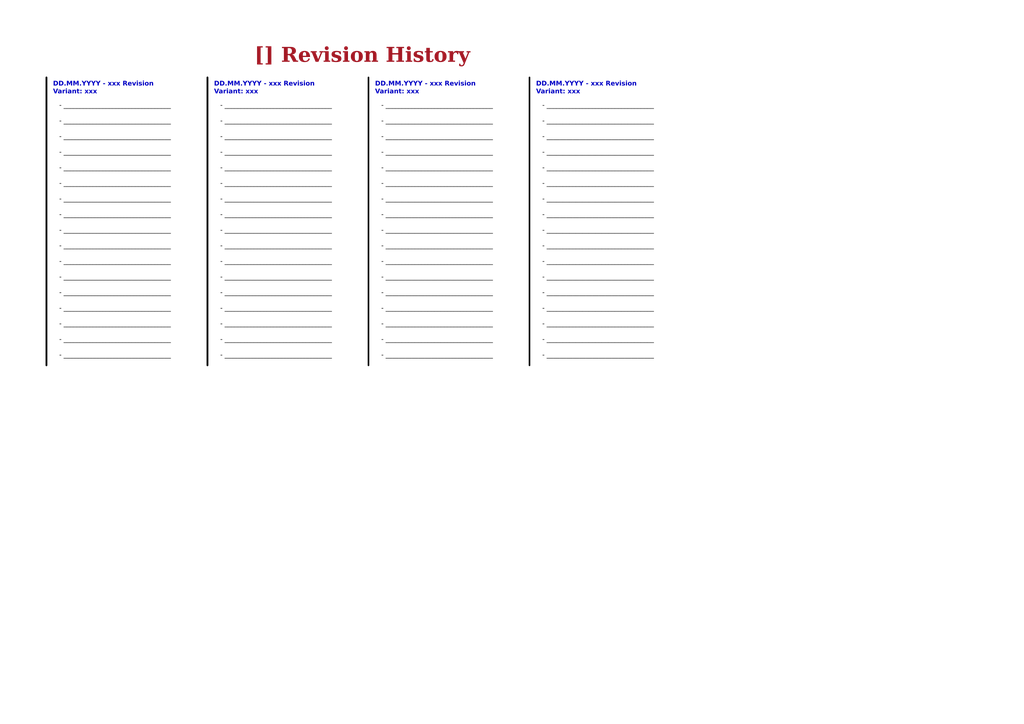
<source format=kicad_sch>
(kicad_sch
	(version 20250114)
	(generator "eeschema")
	(generator_version "9.0")
	(uuid "ea8c4f5e-7a49-4faf-a994-dbc85ed86b0a")
	(paper "A3")
	(title_block
		(title "Revision History")
		(date "Last Modified Date")
		(rev "${REVISION}")
		(company "${COMPANY}")
	)
	(lib_symbols)
	(text_box "- _________________________________\n\n- _________________________________\n\n- _________________________________\n\n- _________________________________\n\n- _________________________________\n\n- _________________________________\n\n- _________________________________\n\n- _________________________________\n\n- _________________________________\n\n- _________________________________\n\n- _________________________________\n\n- _________________________________\n\n- _________________________________\n\n- _________________________________\n\n- _________________________________\n\n- _________________________________\n\n- _________________________________"
		(exclude_from_sim no)
		(at 220.98 40.64 0)
		(size 58.42 115.57)
		(margins 1.4287 1.4287 1.4287 1.4287)
		(stroke
			(width -0.0001)
			(type default)
		)
		(fill
			(type none)
		)
		(effects
			(font
				(face "Arial")
				(size 1.905 1.905)
				(color 0 0 0 1)
			)
			(justify left top)
		)
		(uuid "0c062e2b-2be1-4307-b752-045c211787f4")
	)
	(text_box "DD.MM.YYYY - xxx Revision\nVariant: xxx"
		(exclude_from_sim no)
		(at 86.36 31.75 0)
		(size 57.15 7.62)
		(margins 1.4287 1.4287 1.4287 1.4287)
		(stroke
			(width -0.0001)
			(type default)
		)
		(fill
			(type none)
		)
		(effects
			(font
				(face "Arial")
				(size 1.905 1.905)
				(thickness 0.254)
				(bold yes)
			)
			(justify left top)
		)
		(uuid "14f2d7b6-dcd6-4c43-91a3-c7a76690654c")
	)
	(text_box "[${#}] ${TITLE}"
		(exclude_from_sim no)
		(at 80.01 16.51 0)
		(size 137.16 12.7)
		(margins 4.4999 4.4999 4.4999 4.4999)
		(stroke
			(width -0.0001)
			(type default)
		)
		(fill
			(type none)
		)
		(effects
			(font
				(face "Times New Roman")
				(size 6 6)
				(thickness 1.2)
				(bold yes)
				(color 162 22 34 1)
			)
		)
		(uuid "20a0a094-ac98-46df-bdac-21d5721f7697")
	)
	(text_box "DD.MM.YYYY - xxx Revision\nVariant: xxx"
		(exclude_from_sim no)
		(at 152.4 31.75 0)
		(size 57.15 7.62)
		(margins 1.4287 1.4287 1.4287 1.4287)
		(stroke
			(width -0.0001)
			(type default)
		)
		(fill
			(type none)
		)
		(effects
			(font
				(face "Arial")
				(size 1.905 1.905)
				(thickness 0.254)
				(bold yes)
			)
			(justify left top)
		)
		(uuid "61447e65-3862-4ca7-a61e-5d8506cb38bb")
	)
	(text_box "- _________________________________\n\n- _________________________________\n\n- _________________________________\n\n- _________________________________\n\n- _________________________________\n\n- _________________________________\n\n- _________________________________\n\n- _________________________________\n\n- _________________________________\n\n- _________________________________\n\n- _________________________________\n\n- _________________________________\n\n- _________________________________\n\n- _________________________________\n\n- _________________________________\n\n- _________________________________\n\n- _________________________________"
		(exclude_from_sim no)
		(at 22.86 40.64 0)
		(size 58.42 115.57)
		(margins 1.4287 1.4287 1.4287 1.4287)
		(stroke
			(width -0.0001)
			(type default)
		)
		(fill
			(type none)
		)
		(effects
			(font
				(face "Arial")
				(size 1.905 1.905)
				(color 0 0 0 1)
			)
			(justify left top)
		)
		(uuid "7cea8527-91c8-47c3-a860-064e128bcffe")
	)
	(text_box "- _________________________________\n\n- _________________________________\n\n- _________________________________\n\n- _________________________________\n\n- _________________________________\n\n- _________________________________\n\n- _________________________________\n\n- _________________________________\n\n- _________________________________\n\n- _________________________________\n\n- _________________________________\n\n- _________________________________\n\n- _________________________________\n\n- _________________________________\n\n- _________________________________\n\n- _________________________________\n\n- _________________________________"
		(exclude_from_sim no)
		(at 154.94 40.64 0)
		(size 58.42 115.57)
		(margins 1.4287 1.4287 1.4287 1.4287)
		(stroke
			(width -0.0001)
			(type default)
		)
		(fill
			(type none)
		)
		(effects
			(font
				(face "Arial")
				(size 1.905 1.905)
				(color 0 0 0 1)
			)
			(justify left top)
		)
		(uuid "8ad0acb7-8a2e-40a2-87c7-888a93359ccd")
	)
	(text_box "DD.MM.YYYY - xxx Revision\nVariant: xxx"
		(exclude_from_sim no)
		(at 20.32 31.75 0)
		(size 57.15 7.62)
		(margins 1.4287 1.4287 1.4287 1.4287)
		(stroke
			(width -0.0001)
			(type default)
		)
		(fill
			(type none)
		)
		(effects
			(font
				(face "Arial")
				(size 1.905 1.905)
				(thickness 0.254)
				(bold yes)
			)
			(justify left top)
		)
		(uuid "922c5813-4880-4ddf-ba01-939f72022a9d")
	)
	(text_box "- _________________________________\n\n- _________________________________\n\n- _________________________________\n\n- _________________________________\n\n- _________________________________\n\n- _________________________________\n\n- _________________________________\n\n- _________________________________\n\n- _________________________________\n\n- _________________________________\n\n- _________________________________\n\n- _________________________________\n\n- _________________________________\n\n- _________________________________\n\n- _________________________________\n\n- _________________________________\n\n- _________________________________"
		(exclude_from_sim no)
		(at 88.9 40.64 0)
		(size 58.42 115.57)
		(margins 1.4287 1.4287 1.4287 1.4287)
		(stroke
			(width -0.0001)
			(type default)
		)
		(fill
			(type none)
		)
		(effects
			(font
				(face "Arial")
				(size 1.905 1.905)
				(color 0 0 0 1)
			)
			(justify left top)
		)
		(uuid "cd63b456-8f62-4290-9191-6ad427c40f65")
	)
	(text_box "DD.MM.YYYY - xxx Revision\nVariant: xxx"
		(exclude_from_sim no)
		(at 218.44 31.75 0)
		(size 57.15 7.62)
		(margins 1.4287 1.4287 1.4287 1.4287)
		(stroke
			(width -0.0001)
			(type default)
		)
		(fill
			(type none)
		)
		(effects
			(font
				(face "Arial")
				(size 1.905 1.905)
				(thickness 0.254)
				(bold yes)
			)
			(justify left top)
		)
		(uuid "f47af890-f55a-44bf-b54f-b7df3adde008")
	)
	(polyline
		(pts
			(xy 19.05 31.75) (xy 19.05 149.86)
		)
		(stroke
			(width 0.635)
			(type default)
			(color 0 0 0 1)
		)
		(uuid "4849fe72-6429-4f5b-a9e6-56656658a37b")
	)
	(polyline
		(pts
			(xy 85.09 31.75) (xy 85.09 149.86)
		)
		(stroke
			(width 0.635)
			(type default)
			(color 0 0 0 1)
		)
		(uuid "5f29c90a-4bd5-401c-a0f6-a99df09914f4")
	)
	(polyline
		(pts
			(xy 85.09 31.75) (xy 85.09 149.86)
		)
		(stroke
			(width 0.635)
			(type default)
			(color 0 0 0 1)
		)
		(uuid "74018a10-ab58-4dc2-b4e6-376117e1ffc0")
	)
	(polyline
		(pts
			(xy 151.13 31.75) (xy 151.13 149.86)
		)
		(stroke
			(width 0.635)
			(type default)
			(color 0 0 0 1)
		)
		(uuid "a6b610d4-f09b-4d6e-ac67-0bb3d0e09fbe")
	)
	(polyline
		(pts
			(xy 19.05 31.75) (xy 19.05 149.86)
		)
		(stroke
			(width 0.635)
			(type default)
			(color 0 0 0 1)
		)
		(uuid "b271ef24-6836-4d14-b8f8-8568bc734aca")
	)
	(polyline
		(pts
			(xy 217.17 31.75) (xy 217.17 149.86)
		)
		(stroke
			(width 0.635)
			(type default)
			(color 0 0 0 1)
		)
		(uuid "fe21cbb6-f53c-41a1-bc1c-520e82f71f78")
	)
)

</source>
